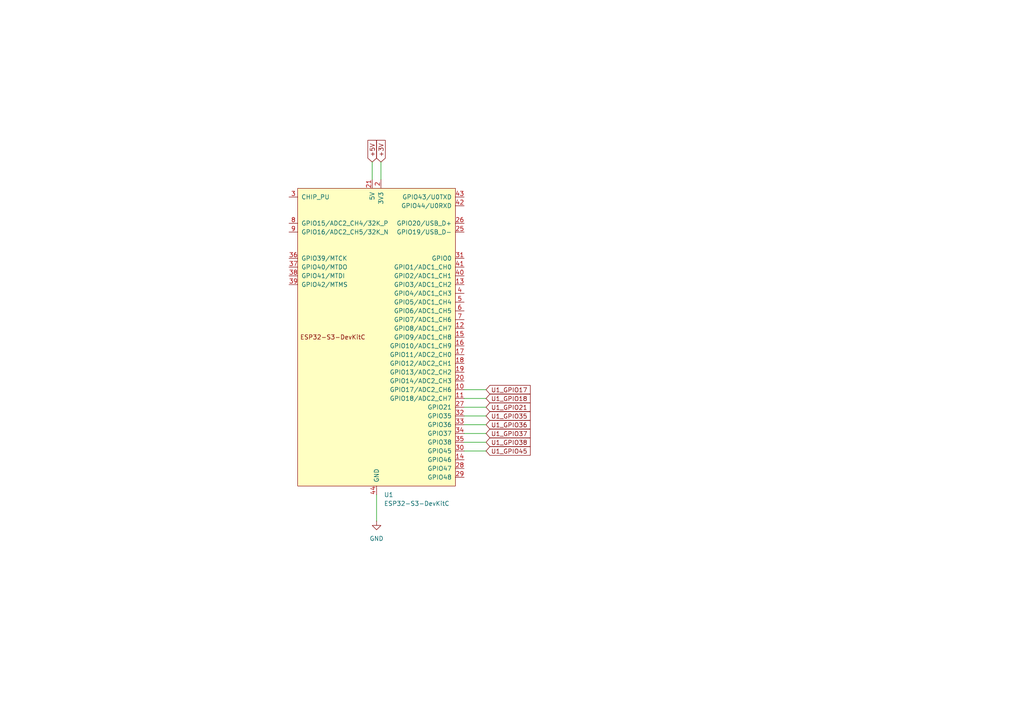
<source format=kicad_sch>
(kicad_sch (version 20250114) (generator "eeschema") (generator_version "9.0")
  (paper "A4")
  (lib_symbols
    (symbol "PCM_Espressif:ESP32-S3-DevKitC" (pin_names (offset 1.016))
      (property "Reference" "U" (at -22.86 48.26 0))
      (property "Value" "ESP32-S3-DevKitC" (at -22.86 45.72 0))
      (symbol "ESP32-S3-DevKitC_0_0"
        (text "ESP32-S3-DevKitC" (at -12.7 0 0) (effects (font (size 1.27 1.27))))
        (pin bidirectional line (at -25.4 15.24 0) (length 2.54) (name "GPIO42/MTMS") (number "39"))
        (pin power_in line (at 0 -45.72 90) (length 2.54) (name "GND") (number "44"))
        (pin bidirectional line (at 25.4 40.64 180) (length 2.54) (name "GPIO43/U0TXD") (number "43"))
        (pin bidirectional line (at 25.4 38.1 180) (length 2.54) (name "GPIO44/U0RXD") (number "42"))
        (pin bidirectional line (at 25.4 20.32 180) (length 2.54) (name "GPIO1/ADC1_CH0") (number "41"))
        (pin bidirectional line (at 25.4 17.78 180) (length 2.54) (name "GPIO2/ADC1_CH1") (number "40"))
        (pin bidirectional line (at 25.4 -10.16 180) (length 2.54) (name "GPIO13/ADC2_CH2") (number "19"))
        (pin bidirectional line (at 25.4 -35.56 180) (length 2.54) (name "GPIO46") (number "14"))
      )
      (symbol "ESP32-S3-DevKitC_0_1"
        (rectangle (start -22.86 43.18) (end 22.86 -43.18) (fill (type background)))
        (pin power_in line (at 1.27 45.72 270) (length 2.54) (name "3V3") (number "2"))
      )
      (symbol "ESP32-S3-DevKitC_1_1"
        (pin input line (at -25.4 40.64 0) (length 2.54) (name "CHIP_PU") (number "3"))
        (pin bidirectional line (at -25.4 33.02 0) (length 2.54) (name "GPIO15/ADC2_CH4/32K_P") (number "8"))
        (pin bidirectional line (at -25.4 30.48 0) (length 2.54) (name "GPIO16/ADC2_CH5/32K_N") (number "9"))
        (pin bidirectional line (at -25.4 22.86 0) (length 2.54) (name "GPIO39/MTCK") (number "36"))
        (pin bidirectional line (at -25.4 20.32 0) (length 2.54) (name "GPIO40/MTDO") (number "37"))
        (pin bidirectional line (at -25.4 17.78 0) (length 2.54) (name "GPIO41/MTDI") (number "38"))
        (pin power_in line (at -1.27 45.72 270) (length 2.54) (name "5V") (number "21"))
        (pin passive line (at 0 -45.72 90) (length 2.54) (hide yes) (name "GND") (number "22"))
        (pin passive line (at 0 -45.72 90) (length 2.54) (hide yes) (name "GND") (number "23"))
        (pin passive line (at 0 -45.72 90) (length 2.54) (hide yes) (name "GND") (number "24"))
        (pin passive line (at 1.27 45.72 270) (length 2.54) (hide yes) (name "3V3") (number "1"))
        (pin bidirectional line (at 25.4 33.02 180) (length 2.54) (name "GPIO20/USB_D+") (number "26"))
        (pin bidirectional line (at 25.4 30.48 180) (length 2.54) (name "GPIO19/USB_D-") (number "25"))
        (pin bidirectional line (at 25.4 22.86 180) (length 2.54) (name "GPIO0") (number "31"))
        (pin bidirectional line (at 25.4 15.24 180) (length 2.54) (name "GPIO3/ADC1_CH2") (number "13"))
        (pin bidirectional line (at 25.4 12.7 180) (length 2.54) (name "GPIO4/ADC1_CH3") (number "4"))
        (pin bidirectional line (at 25.4 10.16 180) (length 2.54) (name "GPIO5/ADC1_CH4") (number "5"))
        (pin bidirectional line (at 25.4 7.62 180) (length 2.54) (name "GPIO6/ADC1_CH5") (number "6"))
        (pin bidirectional line (at 25.4 5.08 180) (length 2.54) (name "GPIO7/ADC1_CH6") (number "7"))
        (pin bidirectional line (at 25.4 2.54 180) (length 2.54) (name "GPIO8/ADC1_CH7") (number "12"))
        (pin bidirectional line (at 25.4 0 180) (length 2.54) (name "GPIO9/ADC1_CH8") (number "15"))
        (pin bidirectional line (at 25.4 -2.54 180) (length 2.54) (name "GPIO10/ADC1_CH9") (number "16"))
        (pin bidirectional line (at 25.4 -5.08 180) (length 2.54) (name "GPIO11/ADC2_CH0") (number "17"))
        (pin bidirectional line (at 25.4 -7.62 180) (length 2.54) (name "GPIO12/ADC2_CH1") (number "18"))
        (pin bidirectional line (at 25.4 -12.7 180) (length 2.54) (name "GPIO14/ADC2_CH3") (number "20"))
        (pin bidirectional line (at 25.4 -15.24 180) (length 2.54) (name "GPIO17/ADC2_CH6") (number "10"))
        (pin bidirectional line (at 25.4 -17.78 180) (length 2.54) (name "GPIO18/ADC2_CH7") (number "11"))
        (pin bidirectional line (at 25.4 -20.32 180) (length 2.54) (name "GPIO21") (number "27"))
        (pin bidirectional line (at 25.4 -22.86 180) (length 2.54) (name "GPIO35") (number "32"))
        (pin bidirectional line (at 25.4 -25.4 180) (length 2.54) (name "GPIO36") (number "33"))
        (pin bidirectional line (at 25.4 -27.94 180) (length 2.54) (name "GPIO37") (number "34"))
        (pin bidirectional line (at 25.4 -30.48 180) (length 2.54) (name "GPIO38") (number "35"))
        (pin bidirectional line (at 25.4 -33.02 180) (length 2.54) (name "GPIO45") (number "30"))
        (pin bidirectional line (at 25.4 -38.1 180) (length 2.54) (name "GPIO47") (number "28"))
        (pin bidirectional line (at 25.4 -40.64 180) (length 2.54) (name "GPIO48") (number "29"))
      )
    )
    (symbol "power:GND" (power) (pin_numbers (hide yes)) (pin_names (offset 0) (hide yes))
      (property "Value" "GND" (at 0 -3.81 0))
      (symbol "GND_0_1"
        (polyline (pts (xy 0 0) (xy 0 -1.27) (xy 1.27 -1.27) (xy 0 -2.54) (xy -1.27 -1.27) (xy 0 -1.27)))
      )
      (symbol "GND_1_1"
        (pin power_in line (at 0 0 270) (length 0) (name "~") (number "1"))
      )
    )
  )
  (wire (pts (xy 134.62 125.73) (xy 140.97 125.73)))
  (wire (pts (xy 110.49 46.99) (xy 110.49 52.07)))
  (wire (pts (xy 134.62 130.81) (xy 140.97 130.81)))
  (wire (pts (xy 134.62 115.57) (xy 140.97 115.57)))
  (wire (pts (xy 107.95 46.99) (xy 107.95 52.07)))
  (wire (pts (xy 134.62 118.11) (xy 140.97 118.11)))
  (wire (pts (xy 134.62 113.03) (xy 140.97 113.03)))
  (wire (pts (xy 134.62 128.27) (xy 140.97 128.27)))
  (wire (pts (xy 134.62 123.19) (xy 140.97 123.19)))
  (wire (pts (xy 134.62 120.65) (xy 140.97 120.65)))
  (wire (pts (xy 109.22 143.51) (xy 109.22 151.13)))
  (global_label "U1_GPIO21" (shape input) (at 140.97 118.11 0) (property "Intersheetrefs" "${INTERSHEET_REFS}" (effects (hide yes))))
  (global_label "U1_GPIO36" (shape input) (at 140.97 123.19 0) (property "Intersheetrefs" "${INTERSHEET_REFS}" (effects (hide yes))))
  (global_label "U1_GPIO37" (shape input) (at 140.97 125.73 0) (property "Intersheetrefs" "${INTERSHEET_REFS}" (effects (hide yes))))
  (global_label "U1_GPIO17" (shape input) (at 140.97 113.03 0) (property "Intersheetrefs" "${INTERSHEET_REFS}" (effects (hide yes))))
  (global_label "+3V" (shape input) (at 110.49 46.99 90) (property "Intersheetrefs" "${INTERSHEET_REFS}" (effects (hide yes))))
  (global_label "U1_GPIO38" (shape input) (at 140.97 128.27 0) (property "Intersheetrefs" "${INTERSHEET_REFS}" (effects (hide yes))))
  (global_label "+5V" (shape input) (at 107.95 46.99 90) (property "Intersheetrefs" "${INTERSHEET_REFS}" (effects (hide yes))))
  (global_label "U1_GPIO45" (shape input) (at 140.97 130.81 0) (property "Intersheetrefs" "${INTERSHEET_REFS}" (effects (hide yes))))
  (global_label "U1_GPIO18" (shape input) (at 140.97 115.57 0) (property "Intersheetrefs" "${INTERSHEET_REFS}" (effects (hide yes))))
  (global_label "U1_GPIO35" (shape input) (at 140.97 120.65 0) (property "Intersheetrefs" "${INTERSHEET_REFS}" (effects (hide yes))))
  (symbol (lib_id "power:GND") (at 109.22 151.13 0) (unit 1)
    (property "Reference" "#PWR01" (effects (hide yes)))
    (property "Value" "GND" (at 109.22 156.21 0))
    (property "Description" "Power symbol creates a global label with name \"GND\" , ground" (effects (hide yes)))
  )
  (symbol (lib_id "PCM_Espressif:ESP32-S3-DevKitC") (at 109.22 97.79 0) (unit 1)
    (property "Reference" "U1" (at 111.3633 143.51 0) (effects (justify left)))
    (property "Value" "ESP32-S3-DevKitC" (at 111.3633 146.05 0) (effects (justify left)))
    (property "Footprint" "PCM_Espressif:ESP32-S3-DevKitC" (effects (hide yes)))
    (property "Description" "ESP32-S3-DevKitC" (effects (hide yes)))
  )
)
</source>
